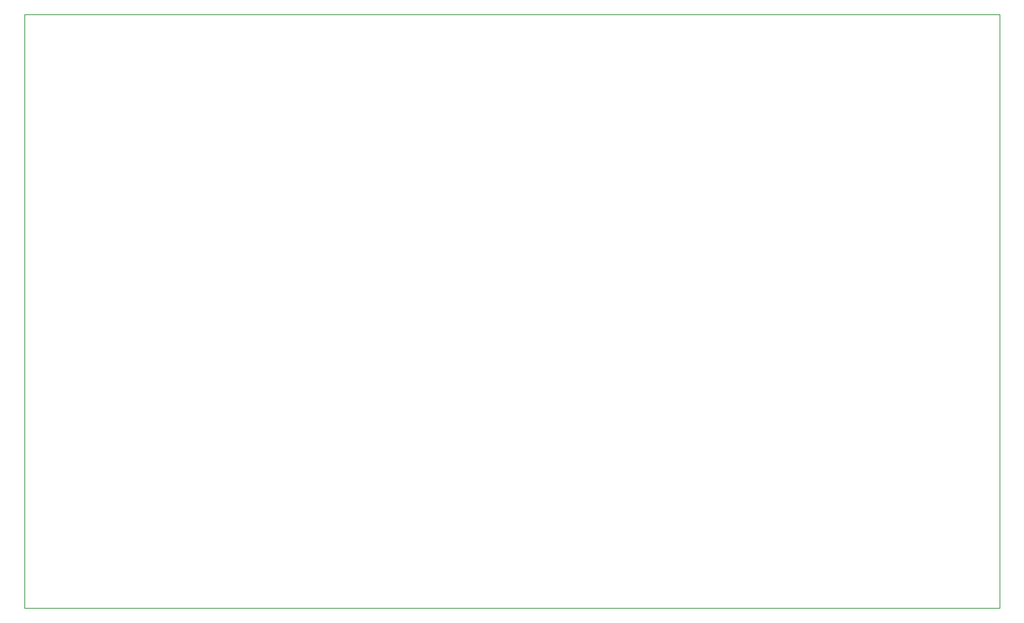
<source format=gm1>
G04*
G04 #@! TF.GenerationSoftware,Altium Limited,Altium Designer,20.1.12 (249)*
G04*
G04 Layer_Color=16711935*
%FSLAX25Y25*%
%MOIN*%
G70*
G04*
G04 #@! TF.SameCoordinates,38D2292D-1979-4519-B741-68206640DF70*
G04*
G04*
G04 #@! TF.FilePolarity,Positive*
G04*
G01*
G75*
%ADD80C,0.00050*%
D80*
X25Y25D02*
Y275616D01*
X452781Y25D02*
Y275616D01*
X25Y25D02*
X452781D01*
X25Y275616D02*
X452781D01*
M02*

</source>
